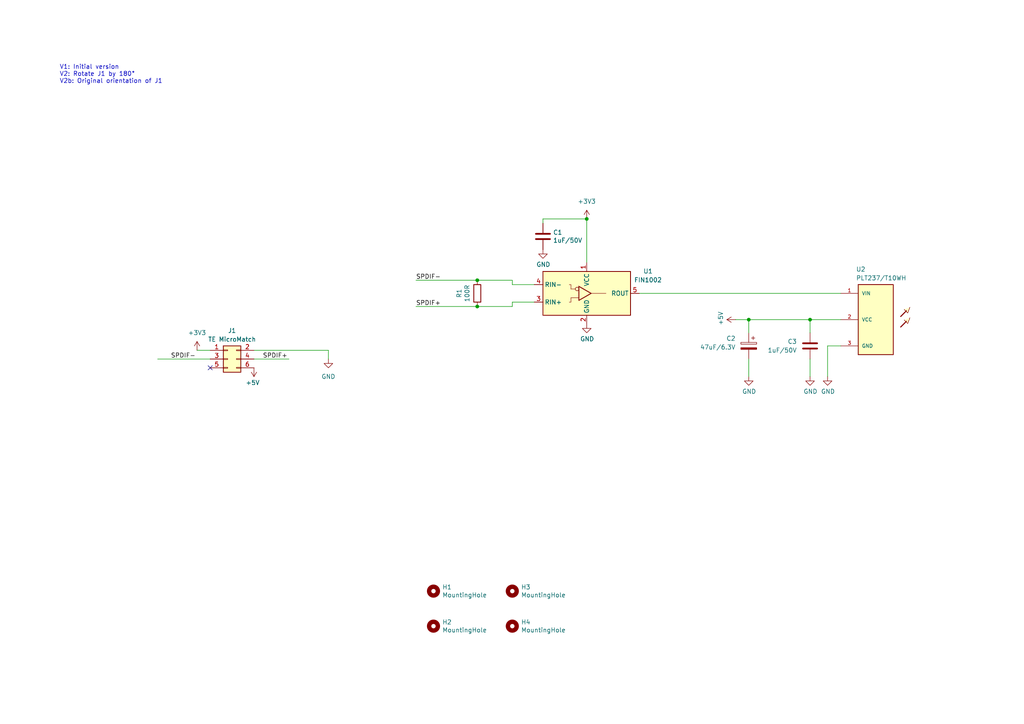
<source format=kicad_sch>
(kicad_sch (version 20250114) (generator "eeschema") (generator_version "9.0")
  (paper "A4")
  (title_block (title "SPDIF Transmitter Adapter") (date "2026-01-01") (rev "V2b"))
  (lib_symbols
    (symbol "Connector_Generic:Conn_02x03_Odd_Even" (pin_names (offset 1.016) (hide yes))
      (property "Reference" "J" (at 1.27 5.08 0))
      (property "Value" "Conn_02x03_Odd_Even" (at 1.27 -5.08 0))
      (symbol "Conn_02x03_Odd_Even_1_1"
        (rectangle (start -1.27 3.81) (end 3.81 -3.81) (stroke (width 0.254)) (fill (type background)))
        (rectangle (start -1.27 2.667) (end 0 2.413) (stroke (width 0.1524)))
        (rectangle (start -1.27 0.127) (end 0 -0.127) (stroke (width 0.1524)))
        (rectangle (start -1.27 -2.413) (end 0 -2.667) (stroke (width 0.1524)))
        (rectangle (start 3.81 2.667) (end 2.54 2.413) (stroke (width 0.1524)))
        (rectangle (start 3.81 0.127) (end 2.54 -0.127) (stroke (width 0.1524)))
        (rectangle (start 3.81 -2.413) (end 2.54 -2.667) (stroke (width 0.1524)))
        (pin passive line (at -5.08 2.54 0) (length 3.81) (name "Pin_1") (number "1"))
        (pin passive line (at -5.08 0 0) (length 3.81) (name "Pin_3") (number "3"))
        (pin passive line (at -5.08 -2.54 0) (length 3.81) (name "Pin_5") (number "5"))
        (pin passive line (at 7.62 2.54 180) (length 3.81) (name "Pin_2") (number "2"))
        (pin passive line (at 7.62 0 180) (length 3.81) (name "Pin_4") (number "4"))
        (pin passive line (at 7.62 -2.54 180) (length 3.81) (name "Pin_6") (number "6"))
      )
    )
    (symbol "Device:C" (pin_numbers (hide yes)) (pin_names (offset 0.254))
      (property "Reference" "C" (at 0.635 2.54 0))
      (property "Value" "C" (at 0.635 -2.54 0))
      (symbol "C_0_1"
        (polyline (pts (xy -2.032 0.762) (xy 2.032 0.762)) (stroke (width 0.508)))
        (polyline (pts (xy -2.032 -0.762) (xy 2.032 -0.762)) (stroke (width 0.508)))
      )
      (symbol "C_1_1"
        (pin passive line (at 0 3.81 270) (length 2.794) (name "~") (number "1"))
        (pin passive line (at 0 -3.81 90) (length 2.794) (name "~") (number "2"))
      )
    )
    (symbol "Device:C_Polarized" (pin_numbers (hide yes)) (pin_names (offset 0.254))
      (property "Reference" "C" (at 0.635 2.54 0))
      (property "Value" "C_Polarized" (at 0.635 -2.54 0))
      (symbol "C_Polarized_0_1"
        (rectangle (start -2.286 0.508) (end 2.286 1.016))
        (polyline (pts (xy -1.778 2.286) (xy -0.762 2.286)))
        (polyline (pts (xy -1.27 2.794) (xy -1.27 1.778)))
        (rectangle (start 2.286 -0.508) (end -2.286 -1.016) (fill (type outline)))
      )
      (symbol "C_Polarized_1_1"
        (pin passive line (at 0 3.81 270) (length 2.794) (name "~") (number "1"))
        (pin passive line (at 0 -3.81 90) (length 2.794) (name "~") (number "2"))
      )
    )
    (symbol "Device:R" (pin_numbers (hide yes)) (pin_names (offset 0))
      (property "Reference" "R" (at 2.032 0 90))
      (property "Value" "R" (at 0 0 90))
      (symbol "R_0_1"
        (rectangle (start -1.016 -2.54) (end 1.016 2.54) (stroke (width 0.254)))
      )
      (symbol "R_1_1"
        (pin passive line (at 0 3.81 270) (length 1.27) (name "~") (number "1"))
        (pin passive line (at 0 -3.81 90) (length 1.27) (name "~") (number "2"))
      )
    )
    (symbol "Mechanical:MountingHole" (pin_names (offset 1.016)) (exclude_from_sim yes) (in_bom no)
      (property "Reference" "H" (at 0 5.08 0))
      (property "Value" "MountingHole" (at 0 3.175 0))
      (symbol "MountingHole_0_1"
        (circle (center 0 0) (radius 1.27) (stroke (width 1.27)))
      )
    )
    (symbol "kicad-snk:FIN1002"
      (property "Reference" "U?" (at 8.89 11.43 0))
      (property "Value" "FIN1002" (at 8.89 8.89 0))
      (symbol "FIN1002_0_1"
        (polyline (pts (xy -4.572 1.27) (xy -4.572 2.54) (xy -5.08 2.54)) (stroke (width 0.127)))
        (polyline (pts (xy -4.572 -1.27) (xy -4.572 -2.54) (xy -5.08 -2.54)) (stroke (width 0.127)))
        (polyline (pts (xy 1.27 0) (xy 5.588 0)) (stroke (width 0.127)))
      )
      (symbol "FIN1002_1_0"
        (rectangle (start -12.7 6.35) (end 12.7 -6.35) (stroke (width 0.254)) (fill (type background)))
      )
      (symbol "FIN1002_1_1"
        (polyline (pts (xy -4.572 1.27) (xy -3.302 1.27)) (stroke (width 0.127)))
        (polyline (pts (xy -4.572 -1.27) (xy -2.286 -1.27)) (stroke (width 0.127)))
        (circle (center -2.794 1.27) (radius 0.508))
        (polyline (pts (xy -2.286 2.032) (xy -2.286 -2.032) (xy 1.27 0) (xy -2.286 2.032)) (stroke (width 0.254)))
        (pin input line (at -15.24 2.54 0) (length 2.54) (name "RIN-") (number "4"))
        (pin input line (at -15.24 -2.54 0) (length 2.54) (name "RIN+") (number "3"))
        (pin power_in line (at 0 8.89 270) (length 2.54) (name "VCC") (number "1"))
        (pin power_in line (at 0 -8.89 90) (length 2.54) (name "GND") (number "2"))
        (pin tri_state line (at 15.24 0 180) (length 2.54) (name "ROUT") (number "5"))
      )
    )
    (symbol "kicad-snk:PLT237/T10WH" (pin_names (offset 1.016))
      (property "Reference" "U" (at -5.08 11.4554 0))
      (property "Value" "PLT237/T10WH" (at -5.08 -12.7254 0))
      (symbol "PLT237/T10WH_0_0"
        (rectangle (start -5.08 10.16) (end 5.08 -10.16) (stroke (width 0.254)) (fill (type background)))
        (polyline (pts (xy 7.239 0.9144) (xy 8.89 2.5654)) (stroke (width 0.3048)))
        (polyline (pts (xy 7.239 -2.1336) (xy 8.89 -0.4826)) (stroke (width 0.3048)))
        (polyline (pts (xy 9.906 3.5814) (xy 9.271 1.9304) (xy 8.255 2.9464)) (stroke (width 0.1524)) (fill (type background)))
        (polyline (pts (xy 9.906 0.5334) (xy 9.271 -1.1176) (xy 8.255 -0.1016)) (stroke (width 0.1524)) (fill (type background)))
      )
      (symbol "PLT237/T10WH_1_0"
        (pin output line (at -10.16 7.62 0) (length 5.08) (name "VIN") (number "1"))
        (pin power_in line (at -10.16 0 0) (length 5.08) (name "VCC") (number "2"))
        (pin power_in line (at -10.16 -7.62 0) (length 5.08) (name "GND") (number "3"))
      )
    )
    (symbol "power:+3.3V" (power) (pin_numbers (hide yes)) (pin_names (offset 0) (hide yes))
      (property "Value" "+3.3V" (at 0 3.556 0))
      (symbol "+3.3V_0_1"
        (polyline (pts (xy -0.762 1.27) (xy 0 2.54)))
        (polyline (pts (xy 0 2.54) (xy 0.762 1.27)))
        (polyline (pts (xy 0 0) (xy 0 2.54)))
      )
      (symbol "+3.3V_1_1"
        (pin power_in line (at 0 0 90) (length 0) (name "~") (number "1"))
      )
    )
    (symbol "power:+5V" (power) (pin_numbers (hide yes)) (pin_names (offset 0) (hide yes))
      (property "Value" "+5V" (at 0 3.556 0))
      (symbol "+5V_0_1"
        (polyline (pts (xy -0.762 1.27) (xy 0 2.54)))
        (polyline (pts (xy 0 2.54) (xy 0.762 1.27)))
        (polyline (pts (xy 0 0) (xy 0 2.54)))
      )
      (symbol "+5V_1_1"
        (pin power_in line (at 0 0 90) (length 0) (name "~") (number "1"))
      )
    )
    (symbol "power:GND" (power) (pin_names (offset 0))
      (property "Value" "GND" (at 0 -3.81 0))
      (symbol "GND_0_1"
        (polyline (pts (xy 0 0) (xy 0 -1.27) (xy 1.27 -1.27) (xy 0 -2.54) (xy -1.27 -1.27) (xy 0 -1.27)))
      )
      (symbol "GND_1_1"
        (pin power_in line (at 0 0 270) (length 0) (hide yes) (name "GND") (number "1"))
      )
    )
  )
  (text "V1: Initial version\nV2: Rotate J1 by 180°\nV2b: Original orientation of J1" (at 17.272 21.59 0) (effects (font (size 1.27 1.27)) (justify left)))
  (junction (at 170.18 63.5))
  (junction (at 138.43 88.9))
  (junction (at 138.43 81.28))
  (junction (at 234.95 92.71))
  (junction (at 217.17 92.71))
  (no_connect (at 60.96 106.68))
  (wire (pts (xy 213.36 92.71) (xy 217.17 92.71)))
  (wire (pts (xy 45.72 104.14) (xy 60.96 104.14)))
  (wire (pts (xy 154.94 87.63) (xy 148.59 87.63)))
  (wire (pts (xy 120.65 88.9) (xy 138.43 88.9)))
  (wire (pts (xy 57.15 101.6) (xy 60.96 101.6)))
  (wire (pts (xy 217.17 92.71) (xy 234.95 92.71)))
  (wire (pts (xy 234.95 104.14) (xy 234.95 109.22)))
  (wire (pts (xy 170.18 63.5) (xy 170.18 76.2)))
  (wire (pts (xy 157.48 63.5) (xy 170.18 63.5)))
  (wire (pts (xy 185.42 85.09) (xy 243.84 85.09)))
  (wire (pts (xy 95.25 101.6) (xy 95.25 104.14)))
  (wire (pts (xy 73.66 104.14) (xy 83.82 104.14)))
  (wire (pts (xy 240.03 100.33) (xy 243.84 100.33)))
  (wire (pts (xy 217.17 104.14) (xy 217.17 109.22)))
  (wire (pts (xy 217.17 96.52) (xy 217.17 92.71)))
  (wire (pts (xy 234.95 92.71) (xy 234.95 96.52)))
  (wire (pts (xy 157.48 64.77) (xy 157.48 63.5)))
  (wire (pts (xy 154.94 82.55) (xy 148.59 82.55)))
  (wire (pts (xy 148.59 88.9) (xy 138.43 88.9)))
  (wire (pts (xy 148.59 87.63) (xy 148.59 88.9)))
  (wire (pts (xy 148.59 82.55) (xy 148.59 81.28)))
  (wire (pts (xy 73.66 101.6) (xy 95.25 101.6)))
  (wire (pts (xy 234.95 92.71) (xy 243.84 92.71)))
  (wire (pts (xy 120.65 81.28) (xy 138.43 81.28)))
  (wire (pts (xy 148.59 81.28) (xy 138.43 81.28)))
  (wire (pts (xy 240.03 109.22) (xy 240.03 100.33)))
  (label "SPDIF-" (at 49.53 104.14 0))
  (label "SPDIF+" (at 76.2 104.14 0))
  (label "SPDIF-" (at 120.65 81.28 0))
  (label "SPDIF+" (at 120.65 88.9 0))
  (symbol (lib_id "Device:C") (at 157.48 68.58 0) (unit 1)
    (property "Reference" "C1" (at 160.401 67.4116 0) (effects (justify left)))
    (property "Value" "1uF/50V" (at 160.401 69.723 0) (effects (justify left)))
    (property "Footprint" "Capacitor_SMD:C_0805_2012Metric_Pad1.18x1.45mm_HandSolder" (effects (hide yes)))
  )
  (symbol (lib_id "Device:R") (at 138.43 85.09 0) (unit 1)
    (property "Reference" "R1" (at 133.1722 85.09 90))
    (property "Value" "100R" (at 135.4836 85.09 90))
    (property "Footprint" "Resistor_SMD:R_0805_2012Metric_Pad1.20x1.40mm_HandSolder" (effects (hide yes)))
  )
  (symbol (lib_id "power:GND") (at 95.25 104.14 0) (unit 1)
    (property "Reference" "#PWR03" (effects (hide yes)))
    (property "Value" "GND" (at 95.25 109.22 0))
    (property "Description" "Power symbol creates a global label with name \"GND\" , ground" (effects (hide yes)))
  )
  (symbol (lib_id "power:+3.3V") (at 57.15 101.6 0) (unit 1)
    (property "Reference" "#PWR01" (effects (hide yes)))
    (property "Value" "+3V3" (at 57.15 96.52 0))
    (property "Description" "Power symbol creates a global label with name \"+3.3V\"" (effects (hide yes)))
  )
  (symbol (lib_id "Mechanical:MountingHole") (at 125.73 181.61 0) (unit 1)
    (property "Reference" "H2" (at 128.27 180.4416 0) (effects (justify left)))
    (property "Value" "MountingHole" (at 128.27 182.753 0) (effects (justify left)))
    (property "Footprint" "MountingHole:MountingHole_3.2mm_M3_Pad_Via" (effects (hide yes)))
    (property "Description" "Mounting Hole without connection" (effects (hide yes)))
  )
  (symbol (lib_id "power:+5V") (at 213.36 92.71 90) (unit 1)
    (property "Reference" "#PWR07" (effects (hide yes)))
    (property "Value" "+5V" (at 209.0356 92.3417 0))
    (property "Description" "Power symbol creates a global label with name \"+5V\"" (effects (hide yes)))
  )
  (symbol (lib_id "power:GND") (at 217.17 109.22 0) (unit 1)
    (property "Reference" "#PWR08" (effects (hide yes)))
    (property "Value" "GND" (at 217.2843 113.5444 0))
    (property "Description" "Power symbol creates a global label with name \"GND\" , ground" (effects (hide yes)))
  )
  (symbol (lib_id "Device:C_Polarized") (at 217.17 100.33 0) (mirror y) (unit 1)
    (property "Reference" "C2" (at 213.36 98.171 0) (effects (justify left)))
    (property "Value" "47uF/6.3V" (at 213.36 100.711 0) (effects (justify left)))
    (property "Footprint" "Capacitor_SMD:C_1206_3216Metric_Pad1.33x1.80mm_HandSolder" (effects (hide yes)))
    (property "Description" "Polarized capacitor" (effects (hide yes)))
  )
  (symbol (lib_id "power:+3.3V") (at 170.18 63.5 0) (unit 1)
    (property "Reference" "#PWR05" (effects (hide yes)))
    (property "Value" "+3V3" (at 170.18 58.42 0))
    (property "Description" "Power symbol creates a global label with name \"+3.3V\"" (effects (hide yes)))
  )
  (symbol (lib_id "Mechanical:MountingHole") (at 125.73 171.45 0) (unit 1)
    (property "Reference" "H1" (at 128.27 170.2816 0) (effects (justify left)))
    (property "Value" "MountingHole" (at 128.27 172.593 0) (effects (justify left)))
    (property "Footprint" "MountingHole:MountingHole_3.2mm_M3_Pad_Via" (effects (hide yes)))
    (property "Description" "Mounting Hole without connection" (effects (hide yes)))
  )
  (symbol (lib_id "power:+5V") (at 73.66 106.68 180) (unit 1)
    (property "Reference" "#PWR02" (effects (hide yes)))
    (property "Value" "+5V" (at 73.2917 111.0044 0))
    (property "Description" "Power symbol creates a global label with name \"+5V\"" (effects (hide yes)))
  )
  (symbol (lib_id "Device:C") (at 234.95 100.33 0) (mirror y) (unit 1)
    (property "Reference" "C3" (at 231.14 99.06 0) (effects (justify left)))
    (property "Value" "1uF/50V" (at 231.14 101.6 0) (effects (justify left)))
    (property "Footprint" "Capacitor_SMD:C_0805_2012Metric_Pad1.18x1.45mm_HandSolder" (effects (hide yes)))
    (property "Description" "Unpolarized capacitor" (effects (hide yes)))
  )
  (symbol (lib_id "Mechanical:MountingHole") (at 148.59 171.45 0) (unit 1)
    (property "Reference" "H3" (at 151.13 170.2816 0) (effects (justify left)))
    (property "Value" "MountingHole" (at 151.13 172.593 0) (effects (justify left)))
    (property "Footprint" "MountingHole:MountingHole_3.2mm_M3_Pad_Via" (effects (hide yes)))
    (property "Description" "Mounting Hole without connection" (effects (hide yes)))
  )
  (symbol (lib_id "kicad-snk:FIN1002") (at 170.18 85.09 0) (unit 1)
    (property "Reference" "U1" (at 187.96 78.6698 0))
    (property "Value" "FIN1002" (at 187.96 81.2098 0))
    (property "Footprint" "Package_TO_SOT_SMD:SOT-23-5_HandSoldering" (effects (hide yes)))
    (property "Manufacturer" "ON Semiconductor" (effects (hide yes)))
    (property "Part Number" "FIN1002M5X" (effects (hide yes)))
    (property "Type" "SMT" (effects (hide yes)))
  )
  (symbol (lib_id "power:GND") (at 234.95 109.22 0) (unit 1)
    (property "Reference" "#PWR09" (effects (hide yes)))
    (property "Value" "GND" (at 235.0643 113.5444 0))
    (property "Description" "Power symbol creates a global label with name \"GND\" , ground" (effects (hide yes)))
  )
  (symbol (lib_id "power:GND") (at 240.03 109.22 0) (unit 1)
    (property "Reference" "#PWR010" (effects (hide yes)))
    (property "Value" "GND" (at 240.1443 113.5444 0))
    (property "Description" "Power symbol creates a global label with name \"GND\" , ground" (effects (hide yes)))
  )
  (symbol (lib_id "Connector_Generic:Conn_02x03_Odd_Even") (at 66.04 104.14 0) (unit 1)
    (property "Reference" "J1" (at 67.31 95.885 0))
    (property "Value" "TE MicroMatch" (at 67.31 98.425 0))
    (property "Footprint" "Connector_TE-Connectivity:TE_Micro-MaTch_215079-6_2x03_P1.27mm_Vertical" (effects (hide yes)))
    (property "Description" "Generic connector, double row, 02x03, odd/even pin numbering scheme (row 1 odd numbers, row 2 even numbers), script generated (kicad-library-utils/schlib/autogen/connector/)" (effects (hide yes)))
  )
  (symbol (lib_id "kicad-snk:PLT237/T10WH") (at 254 92.71 0) (unit 1)
    (property "Reference" "U2" (at 248.285 78.105 0) (effects (justify left)))
    (property "Value" "PLT237/T10WH" (at 248.285 80.645 0) (effects (justify left)))
    (property "Footprint" "kicad-snk:PLR135-T10_PLT133-T10W" (effects (hide yes)))
  )
  (symbol (lib_id "power:GND") (at 157.48 72.39 0) (unit 1)
    (property "Reference" "#PWR04" (effects (hide yes)))
    (property "Value" "GND" (at 157.5943 76.7144 0))
    (property "Description" "Power symbol creates a global label with name \"GND\" , ground" (effects (hide yes)))
  )
  (symbol (lib_id "power:GND") (at 170.18 93.98 0) (unit 1)
    (property "Reference" "#PWR06" (effects (hide yes)))
    (property "Value" "GND" (at 170.2943 98.3044 0))
    (property "Description" "Power symbol creates a global label with name \"GND\" , ground" (effects (hide yes)))
  )
  (symbol (lib_id "Mechanical:MountingHole") (at 148.59 181.61 0) (unit 1)
    (property "Reference" "H4" (at 151.13 180.4416 0) (effects (justify left)))
    (property "Value" "MountingHole" (at 151.13 182.753 0) (effects (justify left)))
    (property "Footprint" "MountingHole:MountingHole_3.2mm_M3_Pad_Via" (effects (hide yes)))
    (property "Description" "Mounting Hole without connection" (effects (hide yes)))
  )
)
</source>
